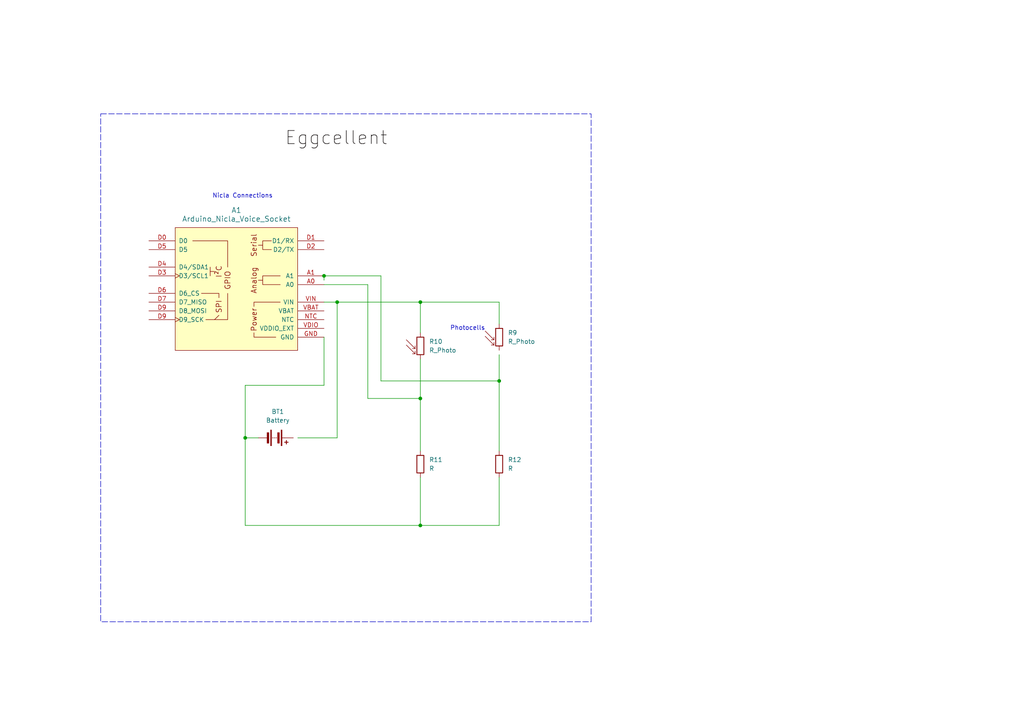
<source format=kicad_sch>
(kicad_sch
	(version 20250114)
	(generator "eeschema")
	(generator_version "9.0")
	(uuid "598ec87c-13c0-448b-bf4d-0435f996b9ec")
	(paper "A4")
	(lib_symbols
		(symbol "Device:Battery"
			(pin_numbers
				(hide yes)
			)
			(pin_names
				(offset 0)
				(hide yes)
			)
			(exclude_from_sim no)
			(in_bom yes)
			(on_board yes)
			(property "Reference" "BT"
				(at 2.54 2.54 0)
				(effects
					(font
						(size 1.27 1.27)
					)
					(justify left)
				)
			)
			(property "Value" "Battery"
				(at 2.54 0 0)
				(effects
					(font
						(size 1.27 1.27)
					)
					(justify left)
				)
			)
			(property "Footprint" ""
				(at 0 1.524 90)
				(effects
					(font
						(size 1.27 1.27)
					)
					(hide yes)
				)
			)
			(property "Datasheet" "~"
				(at 0 1.524 90)
				(effects
					(font
						(size 1.27 1.27)
					)
					(hide yes)
				)
			)
			(property "Description" "Multiple-cell battery"
				(at 0 0 0)
				(effects
					(font
						(size 1.27 1.27)
					)
					(hide yes)
				)
			)
			(property "ki_keywords" "batt voltage-source cell"
				(at 0 0 0)
				(effects
					(font
						(size 1.27 1.27)
					)
					(hide yes)
				)
			)
			(symbol "Battery_0_1"
				(rectangle
					(start -2.286 1.778)
					(end 2.286 1.524)
					(stroke
						(width 0)
						(type default)
					)
					(fill
						(type outline)
					)
				)
				(rectangle
					(start -2.286 -1.27)
					(end 2.286 -1.524)
					(stroke
						(width 0)
						(type default)
					)
					(fill
						(type outline)
					)
				)
				(rectangle
					(start -1.524 1.016)
					(end 1.524 0.508)
					(stroke
						(width 0)
						(type default)
					)
					(fill
						(type outline)
					)
				)
				(rectangle
					(start -1.524 -2.032)
					(end 1.524 -2.54)
					(stroke
						(width 0)
						(type default)
					)
					(fill
						(type outline)
					)
				)
				(polyline
					(pts
						(xy 0 1.778) (xy 0 2.54)
					)
					(stroke
						(width 0)
						(type default)
					)
					(fill
						(type none)
					)
				)
				(polyline
					(pts
						(xy 0 0) (xy 0 0.254)
					)
					(stroke
						(width 0)
						(type default)
					)
					(fill
						(type none)
					)
				)
				(polyline
					(pts
						(xy 0 -0.508) (xy 0 -0.254)
					)
					(stroke
						(width 0)
						(type default)
					)
					(fill
						(type none)
					)
				)
				(polyline
					(pts
						(xy 0 -1.016) (xy 0 -0.762)
					)
					(stroke
						(width 0)
						(type default)
					)
					(fill
						(type none)
					)
				)
				(polyline
					(pts
						(xy 0.762 3.048) (xy 1.778 3.048)
					)
					(stroke
						(width 0.254)
						(type default)
					)
					(fill
						(type none)
					)
				)
				(polyline
					(pts
						(xy 1.27 3.556) (xy 1.27 2.54)
					)
					(stroke
						(width 0.254)
						(type default)
					)
					(fill
						(type none)
					)
				)
			)
			(symbol "Battery_1_1"
				(pin passive line
					(at 0 5.08 270)
					(length 2.54)
					(name "+"
						(effects
							(font
								(size 1.27 1.27)
							)
						)
					)
					(number "1"
						(effects
							(font
								(size 1.27 1.27)
							)
						)
					)
				)
				(pin passive line
					(at 0 -5.08 90)
					(length 2.54)
					(name "-"
						(effects
							(font
								(size 1.27 1.27)
							)
						)
					)
					(number "2"
						(effects
							(font
								(size 1.27 1.27)
							)
						)
					)
				)
			)
			(embedded_fonts no)
		)
		(symbol "Device:R"
			(pin_numbers
				(hide yes)
			)
			(pin_names
				(offset 0)
			)
			(exclude_from_sim no)
			(in_bom yes)
			(on_board yes)
			(property "Reference" "R"
				(at 2.032 0 90)
				(effects
					(font
						(size 1.27 1.27)
					)
				)
			)
			(property "Value" "R"
				(at 0 0 90)
				(effects
					(font
						(size 1.27 1.27)
					)
				)
			)
			(property "Footprint" ""
				(at -1.778 0 90)
				(effects
					(font
						(size 1.27 1.27)
					)
					(hide yes)
				)
			)
			(property "Datasheet" "~"
				(at 0 0 0)
				(effects
					(font
						(size 1.27 1.27)
					)
					(hide yes)
				)
			)
			(property "Description" "Resistor"
				(at 0 0 0)
				(effects
					(font
						(size 1.27 1.27)
					)
					(hide yes)
				)
			)
			(property "ki_keywords" "R res resistor"
				(at 0 0 0)
				(effects
					(font
						(size 1.27 1.27)
					)
					(hide yes)
				)
			)
			(property "ki_fp_filters" "R_*"
				(at 0 0 0)
				(effects
					(font
						(size 1.27 1.27)
					)
					(hide yes)
				)
			)
			(symbol "R_0_1"
				(rectangle
					(start -1.016 -2.54)
					(end 1.016 2.54)
					(stroke
						(width 0.254)
						(type default)
					)
					(fill
						(type none)
					)
				)
			)
			(symbol "R_1_1"
				(pin passive line
					(at 0 3.81 270)
					(length 1.27)
					(name "~"
						(effects
							(font
								(size 1.27 1.27)
							)
						)
					)
					(number "1"
						(effects
							(font
								(size 1.27 1.27)
							)
						)
					)
				)
				(pin passive line
					(at 0 -3.81 90)
					(length 1.27)
					(name "~"
						(effects
							(font
								(size 1.27 1.27)
							)
						)
					)
					(number "2"
						(effects
							(font
								(size 1.27 1.27)
							)
						)
					)
				)
			)
			(embedded_fonts no)
		)
		(symbol "Device:R_Photo"
			(pin_numbers
				(hide yes)
			)
			(pin_names
				(offset 0)
			)
			(exclude_from_sim no)
			(in_bom yes)
			(on_board yes)
			(property "Reference" "R"
				(at 1.27 1.27 0)
				(effects
					(font
						(size 1.27 1.27)
					)
					(justify left)
				)
			)
			(property "Value" "R_Photo"
				(at 1.27 0 0)
				(effects
					(font
						(size 1.27 1.27)
					)
					(justify left top)
				)
			)
			(property "Footprint" ""
				(at 1.27 -6.35 90)
				(effects
					(font
						(size 1.27 1.27)
					)
					(justify left)
					(hide yes)
				)
			)
			(property "Datasheet" "~"
				(at 0 -1.27 0)
				(effects
					(font
						(size 1.27 1.27)
					)
					(hide yes)
				)
			)
			(property "Description" "Photoresistor"
				(at 0 0 0)
				(effects
					(font
						(size 1.27 1.27)
					)
					(hide yes)
				)
			)
			(property "ki_keywords" "resistor variable light sensitive opto LDR"
				(at 0 0 0)
				(effects
					(font
						(size 1.27 1.27)
					)
					(hide yes)
				)
			)
			(property "ki_fp_filters" "*LDR* R?LDR*"
				(at 0 0 0)
				(effects
					(font
						(size 1.27 1.27)
					)
					(hide yes)
				)
			)
			(symbol "R_Photo_0_1"
				(polyline
					(pts
						(xy -1.524 -0.762) (xy -4.064 1.778)
					)
					(stroke
						(width 0)
						(type default)
					)
					(fill
						(type none)
					)
				)
				(polyline
					(pts
						(xy -1.524 -0.762) (xy -2.286 -0.762)
					)
					(stroke
						(width 0)
						(type default)
					)
					(fill
						(type none)
					)
				)
				(polyline
					(pts
						(xy -1.524 -0.762) (xy -1.524 0)
					)
					(stroke
						(width 0)
						(type default)
					)
					(fill
						(type none)
					)
				)
				(polyline
					(pts
						(xy -1.524 -2.286) (xy -4.064 0.254)
					)
					(stroke
						(width 0)
						(type default)
					)
					(fill
						(type none)
					)
				)
				(polyline
					(pts
						(xy -1.524 -2.286) (xy -2.286 -2.286)
					)
					(stroke
						(width 0)
						(type default)
					)
					(fill
						(type none)
					)
				)
				(polyline
					(pts
						(xy -1.524 -2.286) (xy -1.524 -1.524)
					)
					(stroke
						(width 0)
						(type default)
					)
					(fill
						(type none)
					)
				)
				(rectangle
					(start -1.016 2.54)
					(end 1.016 -2.54)
					(stroke
						(width 0.254)
						(type default)
					)
					(fill
						(type none)
					)
				)
			)
			(symbol "R_Photo_1_1"
				(pin passive line
					(at 0 3.81 270)
					(length 1.27)
					(name "~"
						(effects
							(font
								(size 1.27 1.27)
							)
						)
					)
					(number "1"
						(effects
							(font
								(size 1.27 1.27)
							)
						)
					)
				)
				(pin passive line
					(at 0 -3.81 90)
					(length 1.27)
					(name "~"
						(effects
							(font
								(size 1.27 1.27)
							)
						)
					)
					(number "2"
						(effects
							(font
								(size 1.27 1.27)
							)
						)
					)
				)
			)
			(embedded_fonts no)
		)
		(symbol "arduino-library:Arduino_Nicla_Voice_Socket"
			(pin_names
				(offset 1.016)
			)
			(exclude_from_sim no)
			(in_bom yes)
			(on_board yes)
			(property "Reference" "A"
				(at 0 33.02 0)
				(effects
					(font
						(size 1.524 1.524)
					)
				)
			)
			(property "Value" "Arduino_Nicla_Voice_Socket"
				(at 0 29.21 0)
				(effects
					(font
						(size 1.524 1.524)
					)
				)
			)
			(property "Footprint" "PCM_arduino-library:Arduino_Nicla_Voice_Socket"
				(at 0 -16.51 0)
				(effects
					(font
						(size 1.524 1.524)
					)
					(hide yes)
				)
			)
			(property "Datasheet" "https://docs.arduino.cc/hardware/nicla-voice"
				(at 0 -12.7 0)
				(effects
					(font
						(size 1.524 1.524)
					)
					(hide yes)
				)
			)
			(property "Description" "Socket for Arduino Nicla Voice"
				(at 0 0 0)
				(effects
					(font
						(size 1.27 1.27)
					)
					(hide yes)
				)
			)
			(property "ki_keywords" "Arduino MPU Shield"
				(at 0 0 0)
				(effects
					(font
						(size 1.27 1.27)
					)
					(hide yes)
				)
			)
			(property "ki_fp_filters" "Arduino_Nicla_Voice_Socket"
				(at 0 0 0)
				(effects
					(font
						(size 1.27 1.27)
					)
					(hide yes)
				)
			)
			(symbol "Arduino_Nicla_Voice_Socket_0_0"
				(rectangle
					(start -17.78 26.67)
					(end 17.78 -8.89)
					(stroke
						(width 0)
						(type default)
					)
					(fill
						(type background)
					)
				)
				(polyline
					(pts
						(xy -11.43 -5.08) (xy -5.08 -5.08) (xy -5.08 -3.81)
					)
					(stroke
						(width 0)
						(type default)
					)
					(fill
						(type none)
					)
				)
				(polyline
					(pts
						(xy -10.16 22.86) (xy -7.62 22.86) (xy -7.62 20.32) (xy -10.16 20.32)
					)
					(stroke
						(width 0)
						(type default)
					)
					(fill
						(type none)
					)
				)
				(polyline
					(pts
						(xy -7.62 21.59) (xy -6.35 21.59)
					)
					(stroke
						(width 0)
						(type default)
					)
					(fill
						(type none)
					)
				)
				(polyline
					(pts
						(xy -7.62 11.43) (xy -6.35 11.43)
					)
					(stroke
						(width 0)
						(type default)
					)
					(fill
						(type none)
					)
				)
				(polyline
					(pts
						(xy -5.08 3.81) (xy -5.08 5.08) (xy -12.7 5.08)
					)
					(stroke
						(width 0)
						(type default)
					)
					(fill
						(type none)
					)
				)
				(polyline
					(pts
						(xy 5.08 6.35) (xy 5.08 6.35) (xy 5.08 7.62) (xy 10.16 7.62)
					)
					(stroke
						(width 0)
						(type default)
					)
					(fill
						(type none)
					)
				)
				(polyline
					(pts
						(xy 6.35 0) (xy 6.35 0) (xy 6.35 0) (xy 5.08 1.27)
					)
					(stroke
						(width 0)
						(type default)
					)
					(fill
						(type none)
					)
				)
				(polyline
					(pts
						(xy 7.62 13.97) (xy 6.35 13.97)
					)
					(stroke
						(width 0)
						(type default)
					)
					(fill
						(type none)
					)
				)
				(polyline
					(pts
						(xy 7.62 12.7) (xy 7.62 12.7) (xy 7.62 15.24) (xy 7.62 15.24)
					)
					(stroke
						(width 0)
						(type default)
					)
					(fill
						(type none)
					)
				)
				(text "Serial"
					(at -5.08 21.59 900)
					(effects
						(font
							(size 1.524 1.524)
						)
					)
				)
				(text "Analog"
					(at -5.08 11.43 900)
					(effects
						(font
							(size 1.524 1.524)
						)
					)
				)
				(text "Power"
					(at -5.08 0 900)
					(effects
						(font
							(size 1.524 1.524)
						)
					)
				)
				(text "I²C"
					(at 5.08 13.97 900)
					(effects
						(font
							(size 1.524 1.524)
						)
					)
				)
			)
			(symbol "Arduino_Nicla_Voice_Socket_0_1"
				(polyline
					(pts
						(xy -12.7 12.7) (xy -7.62 12.7) (xy -7.62 11.43)
					)
					(stroke
						(width 0)
						(type default)
					)
					(fill
						(type none)
					)
				)
				(polyline
					(pts
						(xy -12.7 10.16) (xy -7.62 10.16) (xy -7.62 11.43)
					)
					(stroke
						(width 0)
						(type default)
					)
					(fill
						(type none)
					)
				)
				(polyline
					(pts
						(xy 8.89 0) (xy 2.54 0) (xy 2.54 7.62)
					)
					(stroke
						(width 0)
						(type default)
					)
					(fill
						(type none)
					)
				)
				(polyline
					(pts
						(xy 12.7 22.86) (xy 2.54 22.86) (xy 2.54 15.24)
					)
					(stroke
						(width 0)
						(type default)
					)
					(fill
						(type none)
					)
				)
			)
			(symbol "Arduino_Nicla_Voice_Socket_1_0"
				(text "GPIO"
					(at 2.54 11.43 900)
					(effects
						(font
							(size 1.524 1.524)
						)
					)
				)
				(text "SPI"
					(at 5.08 3.81 900)
					(effects
						(font
							(size 1.524 1.524)
						)
					)
				)
			)
			(symbol "Arduino_Nicla_Voice_Socket_1_1"
				(pin bidirectional line
					(at -25.4 22.86 0)
					(length 7.62)
					(name "D1/RX"
						(effects
							(font
								(size 1.27 1.27)
							)
						)
					)
					(number "D1"
						(effects
							(font
								(size 1.27 1.27)
							)
						)
					)
				)
				(pin bidirectional line
					(at -25.4 20.32 0)
					(length 7.62)
					(name "D2/TX"
						(effects
							(font
								(size 1.27 1.27)
							)
						)
					)
					(number "D2"
						(effects
							(font
								(size 1.27 1.27)
							)
						)
					)
				)
				(pin bidirectional line
					(at -25.4 12.7 0)
					(length 7.62)
					(name "A1"
						(effects
							(font
								(size 1.27 1.27)
							)
						)
					)
					(number "A1"
						(effects
							(font
								(size 1.27 1.27)
							)
						)
					)
				)
				(pin bidirectional line
					(at -25.4 10.16 0)
					(length 7.62)
					(name "A0"
						(effects
							(font
								(size 1.27 1.27)
							)
						)
					)
					(number "A0"
						(effects
							(font
								(size 1.27 1.27)
							)
						)
					)
				)
				(pin power_in line
					(at -25.4 5.08 0)
					(length 7.62)
					(name "VIN"
						(effects
							(font
								(size 1.27 1.27)
							)
						)
					)
					(number "VIN"
						(effects
							(font
								(size 1.27 1.27)
							)
						)
					)
				)
				(pin power_in line
					(at -25.4 2.54 0)
					(length 7.62)
					(name "VBAT"
						(effects
							(font
								(size 1.27 1.27)
							)
						)
					)
					(number "VBAT"
						(effects
							(font
								(size 1.27 1.27)
							)
						)
					)
				)
				(pin input line
					(at -25.4 0 0)
					(length 7.62)
					(name "NTC"
						(effects
							(font
								(size 1.27 1.27)
							)
						)
					)
					(number "NTC"
						(effects
							(font
								(size 1.27 1.27)
							)
						)
					)
				)
				(pin power_out line
					(at -25.4 -2.54 0)
					(length 7.62)
					(name "VDDIO_EXT"
						(effects
							(font
								(size 1.27 1.27)
							)
						)
					)
					(number "VDIO"
						(effects
							(font
								(size 1.27 1.27)
							)
						)
					)
				)
				(pin power_in line
					(at -25.4 -5.08 0)
					(length 7.62)
					(name "GND"
						(effects
							(font
								(size 1.27 1.27)
							)
						)
					)
					(number "GND"
						(effects
							(font
								(size 1.27 1.27)
							)
						)
					)
				)
				(pin bidirectional line
					(at 25.4 22.86 180)
					(length 7.62)
					(name "D0"
						(effects
							(font
								(size 1.27 1.27)
							)
						)
					)
					(number "D0"
						(effects
							(font
								(size 1.27 1.27)
							)
						)
					)
				)
				(pin bidirectional line
					(at 25.4 20.32 180)
					(length 7.62)
					(name "D5"
						(effects
							(font
								(size 1.27 1.27)
							)
						)
					)
					(number "D5"
						(effects
							(font
								(size 1.27 1.27)
							)
						)
					)
				)
				(pin bidirectional line
					(at 25.4 15.24 180)
					(length 7.62)
					(name "D4/SDA1"
						(effects
							(font
								(size 1.27 1.27)
							)
						)
					)
					(number "D4"
						(effects
							(font
								(size 1.27 1.27)
							)
						)
					)
				)
				(pin bidirectional clock
					(at 25.4 12.7 180)
					(length 7.62)
					(name "D3/SCL1"
						(effects
							(font
								(size 1.27 1.27)
							)
						)
					)
					(number "D3"
						(effects
							(font
								(size 1.27 1.27)
							)
						)
					)
				)
				(pin bidirectional line
					(at 25.4 7.62 180)
					(length 7.62)
					(name "D6_CS"
						(effects
							(font
								(size 1.27 1.27)
							)
						)
					)
					(number "D6"
						(effects
							(font
								(size 1.27 1.27)
							)
						)
					)
				)
				(pin bidirectional line
					(at 25.4 5.08 180)
					(length 7.62)
					(name "D7_MISO"
						(effects
							(font
								(size 1.27 1.27)
							)
						)
					)
					(number "D7"
						(effects
							(font
								(size 1.27 1.27)
							)
						)
					)
				)
				(pin bidirectional line
					(at 25.4 2.54 180)
					(length 7.62)
					(name "D8_MOSI"
						(effects
							(font
								(size 1.27 1.27)
							)
						)
					)
					(number "D9"
						(effects
							(font
								(size 1.27 1.27)
							)
						)
					)
				)
				(pin bidirectional clock
					(at 25.4 0 180)
					(length 7.62)
					(name "D9_SCK"
						(effects
							(font
								(size 1.27 1.27)
							)
						)
					)
					(number "D9"
						(effects
							(font
								(size 1.27 1.27)
							)
						)
					)
				)
			)
			(embedded_fonts no)
		)
	)
	(rectangle
		(start 29.21 33.02)
		(end 171.45 180.34)
		(stroke
			(width 0)
			(type dash)
		)
		(fill
			(type none)
		)
		(uuid 2a99588a-bdb0-468e-a1ba-ac78d0c28167)
	)
	(text "Photocells"
		(exclude_from_sim no)
		(at 135.636 95.25 0)
		(effects
			(font
				(size 1.27 1.27)
			)
		)
		(uuid "9fe3da70-4035-44bb-9520-211004530f71")
	)
	(text "Nicla Connections"
		(exclude_from_sim no)
		(at 70.358 56.896 0)
		(effects
			(font
				(size 1.27 1.27)
			)
		)
		(uuid "c6f887f6-bb42-4046-9023-b3964274b0ec")
	)
	(junction
		(at 97.79 87.63)
		(diameter 0)
		(color 0 0 0 0)
		(uuid "34eaa090-6497-46e7-b923-838cf3240828")
	)
	(junction
		(at 71.12 127)
		(diameter 0)
		(color 0 0 0 0)
		(uuid "39ca32e5-1875-47eb-860c-a1dcd8ef1db5")
	)
	(junction
		(at 121.92 87.63)
		(diameter 0)
		(color 0 0 0 0)
		(uuid "65d86f1c-d9f5-4954-ab9d-675c444e9d7b")
	)
	(junction
		(at 93.98 80.01)
		(diameter 0)
		(color 0 0 0 0)
		(uuid "6b8261ed-70c9-4bdb-8cea-714c3ae2adad")
	)
	(junction
		(at 121.92 152.4)
		(diameter 0)
		(color 0 0 0 0)
		(uuid "c3a6c0b6-7ef2-4ef7-8a5a-73afa4351d07")
	)
	(junction
		(at 144.78 110.49)
		(diameter 0)
		(color 0 0 0 0)
		(uuid "cf18e465-cfcb-4c8e-8b72-5e6894239a7f")
	)
	(junction
		(at 121.92 115.57)
		(diameter 0)
		(color 0 0 0 0)
		(uuid "d79fffe2-8895-421e-a2f0-2db17b2e8a33")
	)
	(wire
		(pts
			(xy 121.92 152.4) (xy 144.78 152.4)
		)
		(stroke
			(width 0)
			(type default)
		)
		(uuid "072d3898-4b1d-4f01-b69a-21c4ebcc89ec")
	)
	(wire
		(pts
			(xy 106.68 115.57) (xy 106.68 82.55)
		)
		(stroke
			(width 0)
			(type default)
		)
		(uuid "0c2f476c-f408-419a-a0d1-24f99dcde9e5")
	)
	(wire
		(pts
			(xy 106.68 115.57) (xy 121.92 115.57)
		)
		(stroke
			(width 0)
			(type default)
		)
		(uuid "1de0d0a4-3184-4b05-8429-fa5295966698")
	)
	(wire
		(pts
			(xy 97.79 87.63) (xy 97.79 127)
		)
		(stroke
			(width 0)
			(type default)
		)
		(uuid "22dbc73b-6a62-4807-a423-7552c41e2c06")
	)
	(wire
		(pts
			(xy 121.92 87.63) (xy 121.92 96.52)
		)
		(stroke
			(width 0)
			(type default)
		)
		(uuid "2c001c2f-1b9c-4d44-8357-1824407503af")
	)
	(wire
		(pts
			(xy 121.92 115.57) (xy 121.92 130.81)
		)
		(stroke
			(width 0)
			(type default)
		)
		(uuid "3185ddef-75e8-441a-9a6e-bb0435135651")
	)
	(wire
		(pts
			(xy 97.79 87.63) (xy 93.98 87.63)
		)
		(stroke
			(width 0)
			(type default)
		)
		(uuid "340d37ee-436f-4e4c-8967-3076c20cf74b")
	)
	(wire
		(pts
			(xy 121.92 138.43) (xy 121.92 152.4)
		)
		(stroke
			(width 0)
			(type default)
		)
		(uuid "34fbefbd-e23c-4f36-ad90-d4784210e4cb")
	)
	(wire
		(pts
			(xy 71.12 127) (xy 74.93 127)
		)
		(stroke
			(width 0)
			(type default)
		)
		(uuid "4762fbd1-abab-4c71-985b-fe9f1b3e929b")
	)
	(wire
		(pts
			(xy 110.49 110.49) (xy 144.78 110.49)
		)
		(stroke
			(width 0)
			(type default)
		)
		(uuid "4ee273f2-2ba0-447f-b92a-8db0858bc3f4")
	)
	(wire
		(pts
			(xy 121.92 87.63) (xy 144.78 87.63)
		)
		(stroke
			(width 0)
			(type default)
		)
		(uuid "60c69fad-58ac-4d48-9b29-9e9bd99a6d05")
	)
	(wire
		(pts
			(xy 71.12 152.4) (xy 71.12 127)
		)
		(stroke
			(width 0)
			(type default)
		)
		(uuid "623380ac-9b31-4b52-9645-265e4cd1fa84")
	)
	(wire
		(pts
			(xy 93.98 80.01) (xy 110.49 80.01)
		)
		(stroke
			(width 0)
			(type default)
		)
		(uuid "86a08332-63df-4bfd-a321-72f36fe6bebe")
	)
	(wire
		(pts
			(xy 86.36 127) (xy 97.79 127)
		)
		(stroke
			(width 0)
			(type default)
		)
		(uuid "88fbc8ab-9b41-450e-97f1-2f4254be006a")
	)
	(wire
		(pts
			(xy 106.68 82.55) (xy 93.98 82.55)
		)
		(stroke
			(width 0)
			(type default)
		)
		(uuid "9a320a8a-8062-4c3d-a8f1-100509395a6c")
	)
	(wire
		(pts
			(xy 144.78 110.49) (xy 144.78 130.81)
		)
		(stroke
			(width 0)
			(type default)
		)
		(uuid "9db50cd4-e15e-4a92-be46-7e4ed2ae686b")
	)
	(wire
		(pts
			(xy 144.78 87.63) (xy 144.78 93.98)
		)
		(stroke
			(width 0)
			(type default)
		)
		(uuid "a3f2c806-5d3e-4ab6-99f3-c4214b035442")
	)
	(wire
		(pts
			(xy 71.12 152.4) (xy 121.92 152.4)
		)
		(stroke
			(width 0)
			(type default)
		)
		(uuid "abe3de2d-9fcd-4fee-8651-efe46c6316ba")
	)
	(wire
		(pts
			(xy 121.92 104.14) (xy 121.92 115.57)
		)
		(stroke
			(width 0)
			(type default)
		)
		(uuid "afc25da6-74fb-4a87-8640-10854115572a")
	)
	(wire
		(pts
			(xy 93.98 97.79) (xy 93.98 111.76)
		)
		(stroke
			(width 0)
			(type default)
		)
		(uuid "c1ff94ca-1102-443a-9f60-59f432f21b2d")
	)
	(wire
		(pts
			(xy 71.12 111.76) (xy 71.12 127)
		)
		(stroke
			(width 0)
			(type default)
		)
		(uuid "cca93c86-560b-48c4-9c8e-1df3afd883c0")
	)
	(wire
		(pts
			(xy 110.49 80.01) (xy 110.49 110.49)
		)
		(stroke
			(width 0)
			(type default)
		)
		(uuid "ccacedec-5510-4006-8df2-bbad135e1552")
	)
	(wire
		(pts
			(xy 93.98 81.28) (xy 93.98 80.01)
		)
		(stroke
			(width 0)
			(type default)
		)
		(uuid "d0a9ce3b-9207-4b44-a273-e56cc80c545b")
	)
	(wire
		(pts
			(xy 93.98 111.76) (xy 71.12 111.76)
		)
		(stroke
			(width 0)
			(type default)
		)
		(uuid "d612f148-fe44-4157-82d4-3897c192c109")
	)
	(wire
		(pts
			(xy 144.78 102.87) (xy 144.78 110.49)
		)
		(stroke
			(width 0)
			(type default)
		)
		(uuid "e3168306-e4da-4cef-9a22-292ad5db12c4")
	)
	(wire
		(pts
			(xy 144.78 138.43) (xy 144.78 152.4)
		)
		(stroke
			(width 0)
			(type default)
		)
		(uuid "e8f21048-f21d-452f-9046-7dde8d16321b")
	)
	(wire
		(pts
			(xy 97.79 87.63) (xy 121.92 87.63)
		)
		(stroke
			(width 0)
			(type default)
		)
		(uuid "eed5240c-2492-4d89-9072-3f8e400d9549")
	)
	(label "Eggcellent"
		(at 82.55 43.18 0)
		(effects
			(font
				(size 3.81 3.81)
				(color 5 0 1 1)
			)
			(justify left bottom)
		)
		(uuid "f4384c17-46b7-44db-85a4-51275af19684")
	)
	(symbol
		(lib_id "Device:R_Photo")
		(at 121.92 100.33 0)
		(unit 1)
		(exclude_from_sim no)
		(in_bom yes)
		(on_board yes)
		(dnp no)
		(fields_autoplaced yes)
		(uuid "0d26466b-3164-48f2-bcc4-cc6caf8ea187")
		(property "Reference" "R10"
			(at 124.46 99.0599 0)
			(effects
				(font
					(size 1.27 1.27)
				)
				(justify left)
			)
		)
		(property "Value" "R_Photo"
			(at 124.46 101.5999 0)
			(effects
				(font
					(size 1.27 1.27)
				)
				(justify left)
			)
		)
		(property "Footprint" ""
			(at 123.19 106.68 90)
			(effects
				(font
					(size 1.27 1.27)
				)
				(justify left)
				(hide yes)
			)
		)
		(property "Datasheet" "~"
			(at 121.92 101.6 0)
			(effects
				(font
					(size 1.27 1.27)
				)
				(hide yes)
			)
		)
		(property "Description" "Photoresistor"
			(at 121.92 100.33 0)
			(effects
				(font
					(size 1.27 1.27)
				)
				(hide yes)
			)
		)
		(pin "2"
			(uuid "a9b945c1-813d-41eb-b9aa-c20bdb60b299")
		)
		(pin "1"
			(uuid "9c6c8500-7c57-4ec2-829f-6723106d7da3")
		)
		(instances
			(project ""
				(path "/598ec87c-13c0-448b-bf4d-0435f996b9ec"
					(reference "R10")
					(unit 1)
				)
			)
		)
	)
	(symbol
		(lib_id "arduino-library:Arduino_Nicla_Voice_Socket")
		(at 68.58 92.71 0)
		(mirror y)
		(unit 1)
		(exclude_from_sim no)
		(in_bom yes)
		(on_board yes)
		(dnp no)
		(uuid "2c661f72-48fb-4bb8-be9f-0469a3cfe1b2")
		(property "Reference" "A1"
			(at 68.58 60.96 0)
			(effects
				(font
					(size 1.524 1.524)
				)
			)
		)
		(property "Value" "Arduino_Nicla_Voice_Socket"
			(at 68.58 63.5 0)
			(effects
				(font
					(size 1.524 1.524)
				)
			)
		)
		(property "Footprint" "PCM_arduino-library:Arduino_Nicla_Voice_Socket"
			(at 68.58 109.22 0)
			(effects
				(font
					(size 1.524 1.524)
				)
				(hide yes)
			)
		)
		(property "Datasheet" "https://docs.arduino.cc/hardware/nicla-voice"
			(at 68.58 105.41 0)
			(effects
				(font
					(size 1.524 1.524)
				)
				(hide yes)
			)
		)
		(property "Description" "Socket for Arduino Nicla Voice"
			(at 68.58 92.71 0)
			(effects
				(font
					(size 1.27 1.27)
				)
				(hide yes)
			)
		)
		(pin "D6"
			(uuid "df1afa88-119d-4d1b-a929-2693665d2c48")
		)
		(pin "VIN"
			(uuid "91bf2d9d-72de-48ae-8118-c940a3ab9d39")
		)
		(pin "GND"
			(uuid "815e31ae-3898-4173-b9b1-44022206e66f")
		)
		(pin "D2"
			(uuid "5b42ec5b-614f-4b47-98b2-f401e0300a49")
		)
		(pin "D4"
			(uuid "d45562e0-2e92-4ba6-96ed-c61367d2e96a")
		)
		(pin "A1"
			(uuid "52341ed7-84ef-41bd-8a78-e45304eba74a")
		)
		(pin "D0"
			(uuid "9f19dd3e-521c-4c66-9d54-6c03cce66087")
		)
		(pin "VBAT"
			(uuid "a0627c71-2d27-4ce9-8b71-1cc62588e404")
		)
		(pin "D1"
			(uuid "2ca3144c-d3b8-408e-b28f-f02cd9499728")
		)
		(pin "D9"
			(uuid "762c63ea-f349-497c-aad1-bcb38ca70a99")
		)
		(pin "D7"
			(uuid "b2fdf2c6-bca0-47d8-ba77-b50dd4bdc24c")
		)
		(pin "A0"
			(uuid "73af924a-00c5-4470-96ba-7d1386b6da17")
		)
		(pin "NTC"
			(uuid "fa1ee635-3d29-4d9d-a052-f9e4848ed835")
		)
		(pin "VDIO"
			(uuid "fabeedb9-6f1c-48b5-b2f8-a72226017560")
		)
		(pin "D5"
			(uuid "a8dbe2e3-d967-4eca-b97a-65b4affcd4cb")
		)
		(pin "D3"
			(uuid "33f023f3-11f3-459e-8759-c42c9f88fc1e")
		)
		(pin "D9"
			(uuid "d03047d0-f970-4ea0-8cd3-c36d9833d2dd")
		)
		(instances
			(project ""
				(path "/598ec87c-13c0-448b-bf4d-0435f996b9ec"
					(reference "A1")
					(unit 1)
				)
			)
		)
	)
	(symbol
		(lib_id "Device:R")
		(at 144.78 134.62 0)
		(unit 1)
		(exclude_from_sim no)
		(in_bom yes)
		(on_board yes)
		(dnp no)
		(fields_autoplaced yes)
		(uuid "30611d79-282a-4a2b-8e1d-d42add2e57c1")
		(property "Reference" "R12"
			(at 147.32 133.3499 0)
			(effects
				(font
					(size 1.27 1.27)
				)
				(justify left)
			)
		)
		(property "Value" "R"
			(at 147.32 135.8899 0)
			(effects
				(font
					(size 1.27 1.27)
				)
				(justify left)
			)
		)
		(property "Footprint" ""
			(at 143.002 134.62 90)
			(effects
				(font
					(size 1.27 1.27)
				)
				(hide yes)
			)
		)
		(property "Datasheet" "~"
			(at 144.78 134.62 0)
			(effects
				(font
					(size 1.27 1.27)
				)
				(hide yes)
			)
		)
		(property "Description" "Resistor"
			(at 144.78 134.62 0)
			(effects
				(font
					(size 1.27 1.27)
				)
				(hide yes)
			)
		)
		(pin "1"
			(uuid "144246c6-4b00-46e1-a15b-d91a0689c36f")
		)
		(pin "2"
			(uuid "9ced70bc-f39c-4a63-a04b-33be80e0046b")
		)
		(instances
			(project ""
				(path "/598ec87c-13c0-448b-bf4d-0435f996b9ec"
					(reference "R12")
					(unit 1)
				)
			)
		)
	)
	(symbol
		(lib_id "Device:Battery")
		(at 80.01 127 270)
		(unit 1)
		(exclude_from_sim no)
		(in_bom yes)
		(on_board yes)
		(dnp no)
		(fields_autoplaced yes)
		(uuid "3114288c-e2f3-49f4-934e-a0758b6f2b9c")
		(property "Reference" "BT1"
			(at 80.5815 119.38 90)
			(effects
				(font
					(size 1.27 1.27)
				)
			)
		)
		(property "Value" "Battery"
			(at 80.5815 121.92 90)
			(effects
				(font
					(size 1.27 1.27)
				)
			)
		)
		(property "Footprint" ""
			(at 81.534 127 90)
			(effects
				(font
					(size 1.27 1.27)
				)
				(hide yes)
			)
		)
		(property "Datasheet" "~"
			(at 81.534 127 90)
			(effects
				(font
					(size 1.27 1.27)
				)
				(hide yes)
			)
		)
		(property "Description" "Multiple-cell battery"
			(at 80.01 127 0)
			(effects
				(font
					(size 1.27 1.27)
				)
				(hide yes)
			)
		)
		(pin "1"
			(uuid "02eb535a-ac04-4949-89ae-92e980fdee45")
		)
		(pin "2"
			(uuid "b9872e23-db89-44e5-8070-ed80e3e667a3")
		)
		(instances
			(project ""
				(path "/598ec87c-13c0-448b-bf4d-0435f996b9ec"
					(reference "BT1")
					(unit 1)
				)
			)
		)
	)
	(symbol
		(lib_id "Device:R_Photo")
		(at 144.78 97.79 0)
		(unit 1)
		(exclude_from_sim no)
		(in_bom yes)
		(on_board yes)
		(dnp no)
		(fields_autoplaced yes)
		(uuid "41670a74-417c-4125-93ac-7370989ef4db")
		(property "Reference" "R9"
			(at 147.32 96.5199 0)
			(effects
				(font
					(size 1.27 1.27)
				)
				(justify left)
			)
		)
		(property "Value" "R_Photo"
			(at 147.32 99.0599 0)
			(effects
				(font
					(size 1.27 1.27)
				)
				(justify left)
			)
		)
		(property "Footprint" ""
			(at 146.05 104.14 90)
			(effects
				(font
					(size 1.27 1.27)
				)
				(justify left)
				(hide yes)
			)
		)
		(property "Datasheet" "~"
			(at 144.78 99.06 0)
			(effects
				(font
					(size 1.27 1.27)
				)
				(hide yes)
			)
		)
		(property "Description" "Photoresistor"
			(at 144.78 97.79 0)
			(effects
				(font
					(size 1.27 1.27)
				)
				(hide yes)
			)
		)
		(pin "2"
			(uuid "288d4c42-50b8-46e9-b65c-6d5cba8dc3d2")
		)
		(pin "1"
			(uuid "b47ee9dd-e6ee-440b-bd9c-7a84041a199b")
		)
		(instances
			(project ""
				(path "/598ec87c-13c0-448b-bf4d-0435f996b9ec"
					(reference "R9")
					(unit 1)
				)
			)
		)
	)
	(symbol
		(lib_id "Device:R")
		(at 121.92 134.62 0)
		(unit 1)
		(exclude_from_sim no)
		(in_bom yes)
		(on_board yes)
		(dnp no)
		(fields_autoplaced yes)
		(uuid "7b738434-46ed-4b58-b8bd-77f108ac030f")
		(property "Reference" "R11"
			(at 124.46 133.3499 0)
			(effects
				(font
					(size 1.27 1.27)
				)
				(justify left)
			)
		)
		(property "Value" "R"
			(at 124.46 135.8899 0)
			(effects
				(font
					(size 1.27 1.27)
				)
				(justify left)
			)
		)
		(property "Footprint" ""
			(at 120.142 134.62 90)
			(effects
				(font
					(size 1.27 1.27)
				)
				(hide yes)
			)
		)
		(property "Datasheet" "~"
			(at 121.92 134.62 0)
			(effects
				(font
					(size 1.27 1.27)
				)
				(hide yes)
			)
		)
		(property "Description" "Resistor"
			(at 121.92 134.62 0)
			(effects
				(font
					(size 1.27 1.27)
				)
				(hide yes)
			)
		)
		(pin "1"
			(uuid "20ab79e9-62bc-41bc-93d0-aee3df9a50f3")
		)
		(pin "2"
			(uuid "495041f4-fb30-477e-97d5-cd4a58d043d4")
		)
		(instances
			(project ""
				(path "/598ec87c-13c0-448b-bf4d-0435f996b9ec"
					(reference "R11")
					(unit 1)
				)
			)
		)
	)
	(sheet_instances
		(path "/"
			(page "1")
		)
	)
	(embedded_fonts no)
)

</source>
